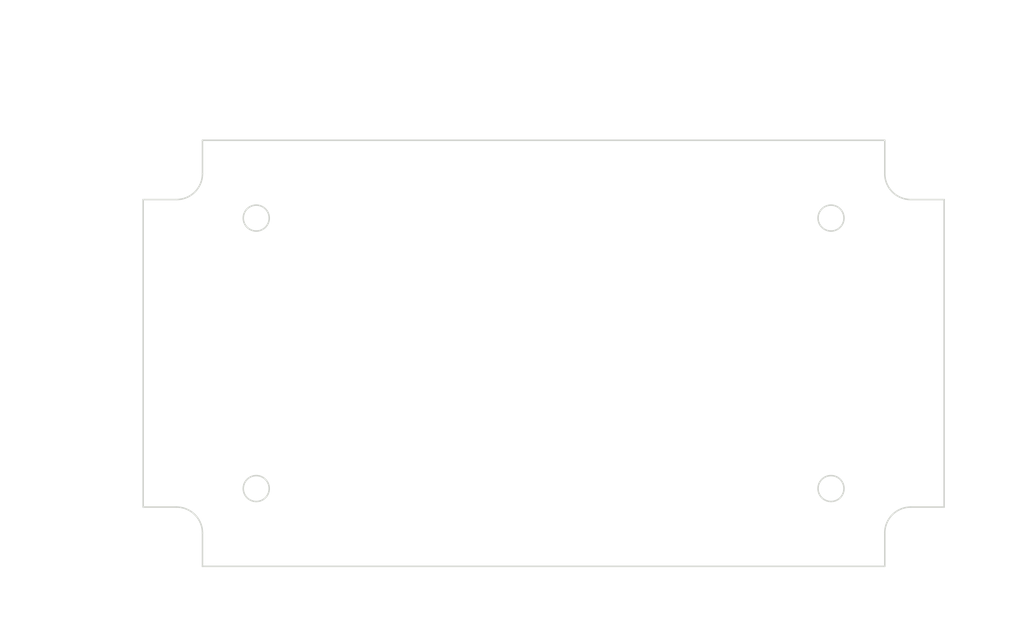
<source format=kicad_pcb>
(kicad_pcb (version 20171130) (host pcbnew "(5.1.0)-1")

  (general
    (thickness 1.6)
    (drawings 64)
    (tracks 0)
    (zones 0)
    (modules 0)
    (nets 1)
  )

  (page A4)
  (layers
    (0 F.Cu signal)
    (31 B.Cu signal)
    (32 B.Adhes user)
    (33 F.Adhes user)
    (34 B.Paste user)
    (35 F.Paste user)
    (36 B.SilkS user)
    (37 F.SilkS user)
    (38 B.Mask user)
    (39 F.Mask user)
    (40 Dwgs.User user)
    (41 Cmts.User user)
    (42 Eco1.User user)
    (43 Eco2.User user)
    (44 Edge.Cuts user)
    (45 Margin user)
    (46 B.CrtYd user)
    (47 F.CrtYd user)
    (48 B.Fab user)
    (49 F.Fab user)
  )

  (setup
    (last_trace_width 0.25)
    (trace_clearance 0.2)
    (zone_clearance 0.508)
    (zone_45_only no)
    (trace_min 0.2)
    (via_size 0.8)
    (via_drill 0.4)
    (via_min_size 0.4)
    (via_min_drill 0.3)
    (uvia_size 0.3)
    (uvia_drill 0.1)
    (uvias_allowed no)
    (uvia_min_size 0.2)
    (uvia_min_drill 0.1)
    (edge_width 0.05)
    (segment_width 0.2)
    (pcb_text_width 0.3)
    (pcb_text_size 1.5 1.5)
    (mod_edge_width 0.12)
    (mod_text_size 1 1)
    (mod_text_width 0.15)
    (pad_size 1.524 1.524)
    (pad_drill 0.762)
    (pad_to_mask_clearance 0.051)
    (solder_mask_min_width 0.25)
    (aux_axis_origin 0 0)
    (visible_elements FFFFFF7F)
    (pcbplotparams
      (layerselection 0x010fc_ffffffff)
      (usegerberextensions false)
      (usegerberattributes false)
      (usegerberadvancedattributes false)
      (creategerberjobfile false)
      (excludeedgelayer true)
      (linewidth 0.152400)
      (plotframeref false)
      (viasonmask false)
      (mode 1)
      (useauxorigin false)
      (hpglpennumber 1)
      (hpglpenspeed 20)
      (hpglpendiameter 15.000000)
      (psnegative false)
      (psa4output false)
      (plotreference true)
      (plotvalue true)
      (plotinvisibletext false)
      (padsonsilk false)
      (subtractmaskfromsilk false)
      (outputformat 1)
      (mirror false)
      (drillshape 1)
      (scaleselection 1)
      (outputdirectory ""))
  )

  (net 0 "")

  (net_class Default "This is the default net class."
    (clearance 0.2)
    (trace_width 0.25)
    (via_dia 0.8)
    (via_drill 0.4)
    (uvia_dia 0.3)
    (uvia_drill 0.1)
  )

  (gr_line (start 99.46172 122.370321) (end 99.46172 80.870321) (layer Edge.Cuts) (width 0.2))
  (gr_line (start 103.961719 122.370321) (end 99.46172 122.370321) (layer Edge.Cuts) (width 0.2))
  (gr_arc (start 103.96172 125.87032) (end 107.46172 125.87032) (angle -90) (layer Edge.Cuts) (width 0.2))
  (gr_line (start 107.46172 130.37032) (end 107.46172 125.870321) (layer Edge.Cuts) (width 0.2))
  (gr_line (start 199.46172 130.37032) (end 107.46172 130.37032) (layer Edge.Cuts) (width 0.2))
  (gr_line (start 199.46172 125.870321) (end 199.46172 130.37032) (layer Edge.Cuts) (width 0.2))
  (gr_arc (start 202.96172 125.87032) (end 202.96172 122.37032) (angle -90) (layer Edge.Cuts) (width 0.2))
  (gr_line (start 207.46172 122.370321) (end 202.96172 122.370321) (layer Edge.Cuts) (width 0.2))
  (gr_line (start 207.46172 80.870321) (end 207.46172 122.370321) (layer Edge.Cuts) (width 0.2))
  (gr_line (start 202.96172 80.870321) (end 207.46172 80.870321) (layer Edge.Cuts) (width 0.2))
  (gr_arc (start 202.96172 77.370321) (end 199.46172 77.370321) (angle -90) (layer Edge.Cuts) (width 0.2))
  (gr_line (start 199.46172 72.87032) (end 199.46172 77.370321) (layer Edge.Cuts) (width 0.2))
  (gr_line (start 107.46172 72.87032) (end 199.46172 72.87032) (layer Edge.Cuts) (width 0.2))
  (gr_line (start 107.46172 77.370321) (end 107.46172 72.87032) (layer Edge.Cuts) (width 0.2))
  (gr_arc (start 103.96172 77.370321) (end 103.96172 80.870321) (angle -90) (layer Edge.Cuts) (width 0.2))
  (gr_line (start 99.46172 80.870321) (end 103.961719 80.870321) (layer Edge.Cuts) (width 0.2))
  (gr_circle (center 114.71172 83.37032) (end 116.46172 83.37032) (layer Edge.Cuts) (width 0.2))
  (gr_circle (center 192.21172 83.37032) (end 193.96172 83.37032) (layer Edge.Cuts) (width 0.2))
  (gr_circle (center 114.71172 119.870321) (end 116.46172 119.870321) (layer Edge.Cuts) (width 0.2))
  (gr_circle (center 192.21172 119.870321) (end 193.96172 119.870321) (layer Edge.Cuts) (width 0.2))
  (gr_text [1.44] (at 214.21172 103.509782) (layer Dwgs.User)
    (effects (font (size 1.7 1.53) (thickness 0.2125)))
  )
  (gr_text " 36.50" (at 214.21172 99.951767) (layer Dwgs.User)
    (effects (font (size 1.7 1.53) (thickness 0.2125)))
  )
  (gr_line (start 214.21172 85.37032) (end 214.21172 98.062305) (layer Dwgs.User) (width 0.2))
  (gr_line (start 214.21172 117.87032) (end 214.21172 105.178336) (layer Dwgs.User) (width 0.2))
  (gr_line (start 193.21172 83.37032) (end 217.38672 83.37032) (layer Dwgs.User) (width 0.2))
  (gr_line (start 193.21172 119.87032) (end 217.38672 119.87032) (layer Dwgs.User) (width 0.2))
  (gr_text [3.05] (at 153.46172 136.802875) (layer Dwgs.User)
    (effects (font (size 1.7 1.53) (thickness 0.2125)))
  )
  (gr_text " 77.50" (at 153.46172 133.245439) (layer Dwgs.User)
    (effects (font (size 1.7 1.53) (thickness 0.2125)))
  )
  (gr_line (start 190.21172 134.913414) (end 157.506331 134.913414) (layer Dwgs.User) (width 0.2))
  (gr_line (start 116.71172 134.913414) (end 149.417108 134.913414) (layer Dwgs.User) (width 0.2))
  (gr_line (start 192.21172 120.870321) (end 192.21172 138.088414) (layer Dwgs.User) (width 0.2))
  (gr_line (start 114.71172 120.870321) (end 114.71172 138.088414) (layer Dwgs.User) (width 0.2))
  (gr_line (start 114.71172 83.46032) (end 114.71172 83.28032) (layer Dwgs.User) (width 0.2))
  (gr_line (start 114.62172 83.37032) (end 114.80172 83.37032) (layer Dwgs.User) (width 0.2))
  (gr_text " ∅3.50\n[∅0.14]" (at 127.387995 86.286539) (layer Dwgs.User)
    (effects (font (size 1.7 1.53) (thickness 0.2125)))
  )
  (gr_line (start 120.851125 86.286539) (end 118.09901 84.979284) (layer Dwgs.User) (width 0.2))
  (gr_line (start 122.851125 86.286539) (end 120.851125 86.286539) (layer Dwgs.User) (width 0.2))
  (gr_text [2.26] (at 84.186214 107.806946) (layer Dwgs.User)
    (effects (font (size 1.7 1.53) (thickness 0.2125)))
  )
  (gr_text " 57.50" (at 84.186214 104.249511) (layer Dwgs.User)
    (effects (font (size 1.7 1.53) (thickness 0.2125)))
  )
  (gr_line (start 84.186214 74.87032) (end 84.186214 102.36005) (layer Dwgs.User) (width 0.2))
  (gr_line (start 84.186214 128.37032) (end 84.186214 109.47492) (layer Dwgs.User) (width 0.2))
  (gr_line (start 106.46172 72.87032) (end 81.011214 72.87032) (layer Dwgs.User) (width 0.2))
  (gr_line (start 106.46172 130.37032) (end 81.011214 130.37032) (layer Dwgs.User) (width 0.2))
  (gr_text [R0.14] (at 138.418169 82.86195) (layer Dwgs.User)
    (effects (font (size 1.7 1.53) (thickness 0.2125)))
  )
  (gr_text " R3.50" (at 138.418169 79.303935) (layer Dwgs.User)
    (effects (font (size 1.7 1.53) (thickness 0.2125)))
  )
  (gr_line (start 133.947398 80.972489) (end 109.422458 78.026317) (layer Dwgs.User) (width 0.2))
  (gr_text [4.25] (at 161.535184 59.105738) (layer Dwgs.User)
    (effects (font (size 1.7 1.53) (thickness 0.2125)))
  )
  (gr_text " 108.00" (at 161.535184 55.548303) (layer Dwgs.User)
    (effects (font (size 1.7 1.53) (thickness 0.2125)))
  )
  (gr_line (start 101.46172 57.216277) (end 156.83017 57.216277) (layer Dwgs.User) (width 0.2))
  (gr_line (start 205.46172 57.216277) (end 166.240197 57.216277) (layer Dwgs.User) (width 0.2))
  (gr_line (start 99.46172 79.870321) (end 99.46172 54.041277) (layer Dwgs.User) (width 0.2))
  (gr_line (start 207.46172 79.870321) (end 207.46172 54.041277) (layer Dwgs.User) (width 0.2))
  (gr_text [3.62] (at 138.317793 66.667509) (layer Dwgs.User)
    (effects (font (size 1.7 1.53) (thickness 0.2125)))
  )
  (gr_text " 92.00" (at 138.317793 63.110074) (layer Dwgs.User)
    (effects (font (size 1.7 1.53) (thickness 0.2125)))
  )
  (gr_line (start 109.46172 64.778048) (end 134.273182 64.778048) (layer Dwgs.User) (width 0.2))
  (gr_line (start 197.46172 64.778048) (end 142.362404 64.778048) (layer Dwgs.User) (width 0.2))
  (gr_line (start 107.46172 71.87032) (end 107.46172 61.603048) (layer Dwgs.User) (width 0.2))
  (gr_line (start 199.46172 71.87032) (end 199.46172 61.603048) (layer Dwgs.User) (width 0.2))
  (gr_text [1.63] (at 91.530016 95.317794) (layer Dwgs.User)
    (effects (font (size 1.7 1.53) (thickness 0.2125)))
  )
  (gr_text " 41.50" (at 91.530016 91.760359) (layer Dwgs.User)
    (effects (font (size 1.7 1.53) (thickness 0.2125)))
  )
  (gr_line (start 91.530016 82.87032) (end 91.530016 89.870898) (layer Dwgs.User) (width 0.2))
  (gr_line (start 91.530016 120.37032) (end 91.530016 96.985768) (layer Dwgs.User) (width 0.2))
  (gr_line (start 98.46172 80.87032) (end 88.355016 80.87032) (layer Dwgs.User) (width 0.2))
  (gr_line (start 98.46172 122.37032) (end 88.355016 122.37032) (layer Dwgs.User) (width 0.2))

)

</source>
